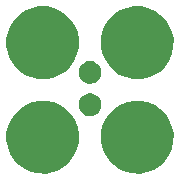
<source format=gts>
%TF.GenerationSoftware,KiCad,Pcbnew,4.0.7-e2-6376~58~ubuntu16.04.1*%
%TF.CreationDate,2017-10-07T15:51:46-07:00*%
%TF.ProjectId,2x2-Tilt-Switch-TH,3278322D54696C742D5377697463682D,v1.2*%
%TF.FileFunction,Soldermask,Top*%
%FSLAX46Y46*%
G04 Gerber Fmt 4.6, Leading zero omitted, Abs format (unit mm)*
G04 Created by KiCad (PCBNEW 4.0.7-e2-6376~58~ubuntu16.04.1) date Sat Oct  7 15:51:46 2017*
%MOMM*%
%LPD*%
G01*
G04 APERTURE LIST*
%ADD10C,0.350000*%
G04 APERTURE END LIST*
D10*
G36*
X4799590Y-26938487D02*
X5390535Y-27059791D01*
X5946678Y-27293572D01*
X6446814Y-27630918D01*
X6871901Y-28058983D01*
X7205746Y-28561461D01*
X7435636Y-29119216D01*
X7552744Y-29710654D01*
X7552744Y-29710664D01*
X7552811Y-29711003D01*
X7543190Y-30400056D01*
X7543113Y-30400394D01*
X7543113Y-30400402D01*
X7409537Y-30988341D01*
X7164165Y-31539456D01*
X6816417Y-32032418D01*
X6379542Y-32448449D01*
X5870180Y-32771701D01*
X5307734Y-32989859D01*
X4713627Y-33094616D01*
X4110483Y-33081982D01*
X3521280Y-32952437D01*
X2968462Y-32710917D01*
X2473087Y-32366622D01*
X2054017Y-31932663D01*
X1727218Y-31425570D01*
X1505136Y-30864654D01*
X1396235Y-30271298D01*
X1404657Y-29668081D01*
X1530086Y-29077987D01*
X1767739Y-28523498D01*
X2108571Y-28025728D01*
X2539592Y-27603640D01*
X3044393Y-27273308D01*
X3603739Y-27047317D01*
X4196325Y-26934276D01*
X4799590Y-26938487D01*
X4799590Y-26938487D01*
G37*
G36*
X12799590Y-26938487D02*
X13390535Y-27059791D01*
X13946678Y-27293572D01*
X14446814Y-27630918D01*
X14871901Y-28058983D01*
X15205746Y-28561461D01*
X15435636Y-29119216D01*
X15552744Y-29710654D01*
X15552744Y-29710664D01*
X15552811Y-29711003D01*
X15543190Y-30400056D01*
X15543113Y-30400394D01*
X15543113Y-30400402D01*
X15409537Y-30988341D01*
X15164165Y-31539456D01*
X14816417Y-32032418D01*
X14379542Y-32448449D01*
X13870180Y-32771701D01*
X13307734Y-32989859D01*
X12713627Y-33094616D01*
X12110483Y-33081982D01*
X11521280Y-32952437D01*
X10968462Y-32710917D01*
X10473087Y-32366622D01*
X10054017Y-31932663D01*
X9727218Y-31425570D01*
X9505136Y-30864654D01*
X9396235Y-30271298D01*
X9404657Y-29668081D01*
X9530086Y-29077987D01*
X9767739Y-28523498D01*
X10108571Y-28025728D01*
X10539592Y-27603640D01*
X11044393Y-27273308D01*
X11603739Y-27047317D01*
X12196325Y-26934276D01*
X12799590Y-26938487D01*
X12799590Y-26938487D01*
G37*
G36*
X8578363Y-26292081D02*
X8763775Y-26330141D01*
X8938277Y-26403495D01*
X9095201Y-26509342D01*
X9228578Y-26643652D01*
X9333325Y-26801311D01*
X9405457Y-26976314D01*
X9442154Y-27161648D01*
X9442154Y-27161658D01*
X9442221Y-27161997D01*
X9439202Y-27378197D01*
X9439126Y-27378531D01*
X9439126Y-27378544D01*
X9397268Y-27562782D01*
X9320280Y-27735699D01*
X9211168Y-27890375D01*
X9074093Y-28020910D01*
X8914274Y-28122334D01*
X8737796Y-28190785D01*
X8551390Y-28223654D01*
X8362142Y-28219689D01*
X8177273Y-28179044D01*
X8003816Y-28103262D01*
X7848388Y-27995237D01*
X7716899Y-27859076D01*
X7614361Y-27699968D01*
X7544678Y-27523970D01*
X7510509Y-27337798D01*
X7513151Y-27148531D01*
X7552507Y-26963379D01*
X7627073Y-26789401D01*
X7734015Y-26633218D01*
X7869253Y-26500782D01*
X8027643Y-26397136D01*
X8203146Y-26326227D01*
X8389076Y-26290760D01*
X8578363Y-26292081D01*
X8578363Y-26292081D01*
G37*
G36*
X8577863Y-23561581D02*
X8763275Y-23599641D01*
X8937777Y-23672995D01*
X9094701Y-23778842D01*
X9228078Y-23913152D01*
X9332825Y-24070811D01*
X9404957Y-24245814D01*
X9441654Y-24431148D01*
X9441654Y-24431158D01*
X9441721Y-24431497D01*
X9438702Y-24647697D01*
X9438626Y-24648031D01*
X9438626Y-24648044D01*
X9396768Y-24832282D01*
X9319780Y-25005199D01*
X9210668Y-25159875D01*
X9073593Y-25290410D01*
X8913774Y-25391834D01*
X8737296Y-25460285D01*
X8550890Y-25493154D01*
X8361642Y-25489189D01*
X8176773Y-25448544D01*
X8003316Y-25372762D01*
X7847888Y-25264737D01*
X7716399Y-25128576D01*
X7613861Y-24969468D01*
X7544178Y-24793470D01*
X7510009Y-24607298D01*
X7512651Y-24418031D01*
X7552007Y-24232879D01*
X7626573Y-24058901D01*
X7733515Y-23902718D01*
X7868753Y-23770282D01*
X8027143Y-23666636D01*
X8202646Y-23595727D01*
X8388576Y-23560260D01*
X8577863Y-23561581D01*
X8577863Y-23561581D01*
G37*
G36*
X4799590Y-18938487D02*
X5390535Y-19059791D01*
X5946678Y-19293572D01*
X6446814Y-19630918D01*
X6871901Y-20058983D01*
X7205746Y-20561461D01*
X7435636Y-21119216D01*
X7552744Y-21710654D01*
X7552744Y-21710664D01*
X7552811Y-21711003D01*
X7543190Y-22400056D01*
X7543113Y-22400394D01*
X7543113Y-22400402D01*
X7409537Y-22988341D01*
X7164165Y-23539456D01*
X6816417Y-24032418D01*
X6379542Y-24448449D01*
X5870180Y-24771701D01*
X5307734Y-24989859D01*
X4713627Y-25094616D01*
X4110483Y-25081982D01*
X3521280Y-24952437D01*
X2968462Y-24710917D01*
X2473087Y-24366622D01*
X2054017Y-23932663D01*
X1727218Y-23425570D01*
X1505136Y-22864654D01*
X1396235Y-22271298D01*
X1404657Y-21668081D01*
X1530086Y-21077987D01*
X1767739Y-20523498D01*
X2108571Y-20025728D01*
X2539592Y-19603640D01*
X3044393Y-19273308D01*
X3603739Y-19047317D01*
X4196325Y-18934276D01*
X4799590Y-18938487D01*
X4799590Y-18938487D01*
G37*
G36*
X12799590Y-18938487D02*
X13390535Y-19059791D01*
X13946678Y-19293572D01*
X14446814Y-19630918D01*
X14871901Y-20058983D01*
X15205746Y-20561461D01*
X15435636Y-21119216D01*
X15552744Y-21710654D01*
X15552744Y-21710664D01*
X15552811Y-21711003D01*
X15543190Y-22400056D01*
X15543113Y-22400394D01*
X15543113Y-22400402D01*
X15409537Y-22988341D01*
X15164165Y-23539456D01*
X14816417Y-24032418D01*
X14379542Y-24448449D01*
X13870180Y-24771701D01*
X13307734Y-24989859D01*
X12713627Y-25094616D01*
X12110483Y-25081982D01*
X11521280Y-24952437D01*
X10968462Y-24710917D01*
X10473087Y-24366622D01*
X10054017Y-23932663D01*
X9727218Y-23425570D01*
X9505136Y-22864654D01*
X9396235Y-22271298D01*
X9404657Y-21668081D01*
X9530086Y-21077987D01*
X9767739Y-20523498D01*
X10108571Y-20025728D01*
X10539592Y-19603640D01*
X11044393Y-19273308D01*
X11603739Y-19047317D01*
X12196325Y-18934276D01*
X12799590Y-18938487D01*
X12799590Y-18938487D01*
G37*
M02*

</source>
